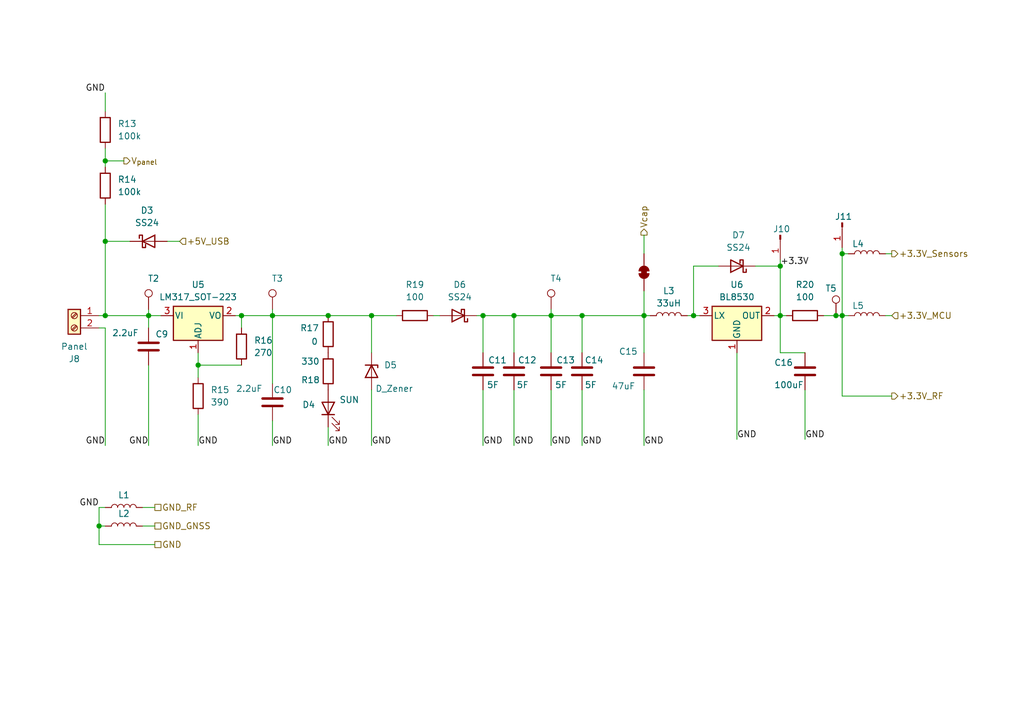
<source format=kicad_sch>
(kicad_sch (version 20231120) (generator "eeschema") (generator_version "8.0")
  (paper "A5")
  (title_block (title "Power Handler") (date "2024-11-03") (rev "1.0"))
  (lib_symbols
    (symbol "Connector:Conn_01x01_Pin" (pin_names (offset 1.016) hide)
      (property "Reference" "J" (at 0 2.54 0))
      (property "Value" "Conn_01x01_Pin" (at 0 -2.54 0))
      (symbol "Conn_01x01_Pin_1_1"
        (polyline (pts (xy 1.27 0) (xy 0.8636 0)) (stroke (width 0.1524)))
        (rectangle (start 0.8636 0.127) (end 0 -0.127) (stroke (width 0.1524)) (fill (type outline)))
        (pin passive line (at 5.08 0 180) (length 3.81) (name "Pin_1") (number "1"))
      )
    )
    (symbol "Connector:Screw_Terminal_01x02" (pin_names (offset 1.016) hide)
      (property "Reference" "J" (at 0 2.54 0))
      (property "Value" "Screw_Terminal_01x02" (at 0 -5.08 0))
      (symbol "Screw_Terminal_01x02_1_1"
        (rectangle (start -1.27 1.27) (end 1.27 -3.81) (stroke (width 0.254)) (fill (type background)))
        (circle (center 0 -2.54) (radius 0.635) (stroke (width 0.1524)))
        (polyline (pts (xy -0.5334 -2.2098) (xy 0.3302 -3.048)) (stroke (width 0.1524)))
        (polyline (pts (xy -0.5334 0.3302) (xy 0.3302 -0.508)) (stroke (width 0.1524)))
        (polyline (pts (xy -0.3556 -2.032) (xy 0.508 -2.8702)) (stroke (width 0.1524)))
        (polyline (pts (xy -0.3556 0.508) (xy 0.508 -0.3302)) (stroke (width 0.1524)))
        (circle (center 0 0) (radius 0.635) (stroke (width 0.1524)))
        (pin passive line (at -5.08 0 0) (length 3.81) (name "Pin_1") (number "1"))
        (pin passive line (at -5.08 -2.54 0) (length 3.81) (name "Pin_2") (number "2"))
      )
    )
    (symbol "Connector:TestPoint" (pin_numbers hide) (pin_names (offset 0.762) hide)
      (property "Reference" "TP" (at 0 6.858 0))
      (property "Value" "TestPoint" (at 0 5.08 0))
      (symbol "TestPoint_0_1"
        (circle (center 0 3.302) (radius 0.762))
      )
      (symbol "TestPoint_1_1"
        (pin passive line (at 0 0 90) (length 2.54) (name "1") (number "1"))
      )
    )
    (symbol "Device:C" (pin_numbers hide) (pin_names (offset 0.254))
      (property "Reference" "C" (at 0.635 2.54 0))
      (property "Value" "C" (at 0.635 -2.54 0))
      (symbol "C_0_1"
        (polyline (pts (xy -2.032 -0.762) (xy 2.032 -0.762)) (stroke (width 0.508)))
        (polyline (pts (xy -2.032 0.762) (xy 2.032 0.762)) (stroke (width 0.508)))
      )
      (symbol "C_1_1"
        (pin passive line (at 0 3.81 270) (length 2.794) (name "~") (number "1"))
        (pin passive line (at 0 -3.81 90) (length 2.794) (name "~") (number "2"))
      )
    )
    (symbol "Device:D_Zener" (pin_numbers hide) (pin_names (offset 1.016) hide)
      (property "Reference" "D" (at 0 2.54 0))
      (property "Value" "D_Zener" (at 0 -2.54 0))
      (symbol "D_Zener_0_1"
        (polyline (pts (xy 1.27 0) (xy -1.27 0)))
        (polyline (pts (xy -1.27 -1.27) (xy -1.27 1.27) (xy -0.762 1.27)) (stroke (width 0.254)))
        (polyline (pts (xy 1.27 -1.27) (xy 1.27 1.27) (xy -1.27 0) (xy 1.27 -1.27)) (stroke (width 0.254)))
      )
      (symbol "D_Zener_1_1"
        (pin passive line (at -3.81 0 0) (length 2.54) (name "K") (number "1"))
        (pin passive line (at 3.81 0 180) (length 2.54) (name "A") (number "2"))
      )
    )
    (symbol "Device:L" (pin_numbers hide) (pin_names (offset 1.016) hide)
      (property "Reference" "L" (at -1.27 0 90))
      (property "Value" "L" (at 1.905 0 90))
      (symbol "L_0_1"
        (arc (start 0 -2.54) (mid 0.6323 -1.905) (end 0 -1.27))
        (arc (start 0 -1.27) (mid 0.6323 -0.635) (end 0 0))
        (arc (start 0 0) (mid 0.6323 0.635) (end 0 1.27))
        (arc (start 0 1.27) (mid 0.6323 1.905) (end 0 2.54))
      )
      (symbol "L_1_1"
        (pin passive line (at 0 3.81 270) (length 1.27) (name "1") (number "1"))
        (pin passive line (at 0 -3.81 90) (length 1.27) (name "2") (number "2"))
      )
    )
    (symbol "Device:LED" (pin_numbers hide) (pin_names (offset 1.016) hide)
      (property "Reference" "D" (at 0 2.54 0))
      (property "Value" "LED" (at 0 -2.54 0))
      (symbol "LED_0_1"
        (polyline (pts (xy -1.27 -1.27) (xy -1.27 1.27)) (stroke (width 0.254)))
        (polyline (pts (xy -1.27 0) (xy 1.27 0)))
        (polyline (pts (xy 1.27 -1.27) (xy 1.27 1.27) (xy -1.27 0) (xy 1.27 -1.27)) (stroke (width 0.254)))
        (polyline (pts (xy -3.048 -0.762) (xy -4.572 -2.286) (xy -3.81 -2.286) (xy -4.572 -2.286) (xy -4.572 -1.524)))
        (polyline (pts (xy -1.778 -0.762) (xy -3.302 -2.286) (xy -2.54 -2.286) (xy -3.302 -2.286) (xy -3.302 -1.524)))
      )
      (symbol "LED_1_1"
        (pin passive line (at -3.81 0 0) (length 2.54) (name "K") (number "1"))
        (pin passive line (at 3.81 0 180) (length 2.54) (name "A") (number "2"))
      )
    )
    (symbol "Device:R" (pin_numbers hide) (pin_names (offset 0))
      (property "Reference" "R" (at 2.032 0 90))
      (property "Value" "R" (at 0 0 90))
      (symbol "R_0_1"
        (rectangle (start -1.016 -2.54) (end 1.016 2.54) (stroke (width 0.254)))
      )
      (symbol "R_1_1"
        (pin passive line (at 0 3.81 270) (length 1.27) (name "~") (number "1"))
        (pin passive line (at 0 -3.81 90) (length 1.27) (name "~") (number "2"))
      )
    )
    (symbol "Diode:B130-E3" (pin_numbers hide) (pin_names hide)
      (property "Reference" "D" (at 0 2.54 0))
      (property "Value" "B130-E3" (at 0 -2.54 0))
      (symbol "B130-E3_0_1"
        (polyline (pts (xy 1.27 0) (xy -1.27 0)))
        (polyline (pts (xy 1.27 1.27) (xy 1.27 -1.27) (xy -1.27 0) (xy 1.27 1.27)) (stroke (width 0.254)))
        (polyline (pts (xy -1.905 0.635) (xy -1.905 1.27) (xy -1.27 1.27) (xy -1.27 -1.27) (xy -0.635 -1.27) (xy -0.635 -0.635)) (stroke (width 0.254)))
      )
      (symbol "B130-E3_1_1"
        (pin passive line (at -3.81 0 0) (length 2.54) (name "K") (number "1"))
        (pin passive line (at 3.81 0 180) (length 2.54) (name "A") (number "2"))
      )
    )
    (symbol "Jumper:SolderJumper_2_Bridged" (pin_numbers hide) (pin_names (offset 0) hide) (exclude_from_sim yes) (in_bom no)
      (property "Reference" "JP" (at 0 2.032 0))
      (property "Value" "SolderJumper_2_Bridged" (at 0 -2.54 0))
      (symbol "SolderJumper_2_Bridged_0_1"
        (rectangle (start -0.508 0.508) (end 0.508 -0.508) (fill (type outline)))
        (arc (start -0.254 1.016) (mid -1.2656 0) (end -0.254 -1.016))
        (arc (start -0.254 1.016) (mid -1.2656 0) (end -0.254 -1.016) (fill (type outline)))
        (polyline (pts (xy -0.254 1.016) (xy -0.254 -1.016)))
        (polyline (pts (xy 0.254 1.016) (xy 0.254 -1.016)))
        (arc (start 0.254 -1.016) (mid 1.2656 0) (end 0.254 1.016))
        (arc (start 0.254 -1.016) (mid 1.2656 0) (end 0.254 1.016) (fill (type outline)))
      )
      (symbol "SolderJumper_2_Bridged_1_1"
        (pin passive line (at -3.81 0 0) (length 2.54) (name "A") (number "1"))
        (pin passive line (at 3.81 0 180) (length 2.54) (name "B") (number "2"))
      )
    )
    (symbol "Regulator_Linear:AP130-15Y" (pin_names (offset 0.254))
      (property "Reference" "U12" (at 0 6.35 0))
      (property "Value" "BL8530" (at 0 3.81 0))
      (symbol "AP130-15Y_0_1"
        (rectangle (start -5.08 1.905) (end 5.08 -5.08) (stroke (width 0.254)) (fill (type background)))
      )
      (symbol "AP130-15Y_1_1"
        (pin power_in line (at 0 -7.62 90) (length 2.54) (name "GND") (number "1"))
        (pin power_out line (at 7.62 0 180) (length 2.54) (name "OUT") (number "2"))
        (pin power_in line (at -7.62 0 0) (length 2.54) (name "LX") (number "3"))
      )
    )
    (symbol "Regulator_Linear:LM317_SOT-223" (pin_names (offset 0.254))
      (property "Reference" "U" (at -3.81 3.175 0))
      (property "Value" "LM317_SOT-223" (at 0 3.175 0))
      (symbol "LM317_SOT-223_0_1"
        (rectangle (start -5.08 1.905) (end 5.08 -5.08) (stroke (width 0.254)) (fill (type background)))
      )
      (symbol "LM317_SOT-223_1_1"
        (pin input line (at 0 -7.62 90) (length 2.54) (name "ADJ") (number "1"))
        (pin power_out line (at 7.62 0 180) (length 2.54) (name "VO") (number "2"))
        (pin power_in line (at -7.62 0 0) (length 2.54) (name "VI") (number "3"))
      )
    )
  )
  (junction (at 105.41 64.77))
  (junction (at 160.02 64.77))
  (junction (at 113.03 64.77))
  (junction (at 99.06 64.77))
  (junction (at 20.32 107.95))
  (junction (at 21.59 33.02))
  (junction (at 21.59 49.53))
  (junction (at 76.2 64.77))
  (junction (at 132.08 64.77))
  (junction (at 40.64 74.93))
  (junction (at 55.88 64.77))
  (junction (at 119.38 64.77))
  (junction (at 67.31 64.77))
  (junction (at 30.48 64.77))
  (junction (at 142.24 64.77))
  (junction (at 49.53 64.77))
  (junction (at 171.45 64.77))
  (junction (at 21.59 64.77))
  (junction (at 172.72 64.77))
  (junction (at 160.02 54.61))
  (junction (at 172.72 52.07))
  (wire (pts (xy 172.72 50.8) (xy 172.72 52.07)))
  (wire (pts (xy 165.1 80.01) (xy 165.1 90.17)))
  (wire (pts (xy 20.32 104.14) (xy 21.59 104.14)))
  (wire (pts (xy 142.24 64.77) (xy 143.51 64.77)))
  (wire (pts (xy 29.21 104.14) (xy 31.75 104.14)))
  (wire (pts (xy 55.88 86.36) (xy 55.88 91.44)))
  (wire (pts (xy 88.9 64.77) (xy 90.17 64.77)))
  (wire (pts (xy 132.08 59.69) (xy 132.08 64.77)))
  (wire (pts (xy 55.88 64.77) (xy 67.31 64.77)))
  (wire (pts (xy 40.64 72.39) (xy 40.64 74.93)))
  (wire (pts (xy 55.88 78.74) (xy 55.88 64.77)))
  (wire (pts (xy 140.97 64.77) (xy 142.24 64.77)))
  (wire (pts (xy 105.41 64.77) (xy 113.03 64.77)))
  (wire (pts (xy 29.21 107.95) (xy 31.75 107.95)))
  (wire (pts (xy 21.59 64.77) (xy 30.48 64.77)))
  (wire (pts (xy 99.06 72.39) (xy 99.06 64.77)))
  (wire (pts (xy 21.59 33.02) (xy 21.59 34.29)))
  (wire (pts (xy 160.02 64.77) (xy 158.75 64.77)))
  (wire (pts (xy 168.91 64.77) (xy 171.45 64.77)))
  (wire (pts (xy 30.48 63.5) (xy 30.48 64.77)))
  (wire (pts (xy 105.41 64.77) (xy 105.41 72.39)))
  (wire (pts (xy 113.03 63.5) (xy 113.03 64.77)))
  (wire (pts (xy 49.53 74.93) (xy 40.64 74.93)))
  (wire (pts (xy 31.75 111.76) (xy 20.32 111.76)))
  (wire (pts (xy 99.06 80.01) (xy 99.06 91.44)))
  (wire (pts (xy 21.59 33.02) (xy 25.4 33.02)))
  (wire (pts (xy 21.59 107.95) (xy 20.32 107.95)))
  (wire (pts (xy 171.45 64.77) (xy 172.72 64.77)))
  (wire (pts (xy 20.32 111.76) (xy 20.32 107.95)))
  (wire (pts (xy 113.03 64.77) (xy 113.03 72.39)))
  (wire (pts (xy 49.53 64.77) (xy 55.88 64.77)))
  (wire (pts (xy 30.48 64.77) (xy 30.48 67.31)))
  (wire (pts (xy 67.31 87.63) (xy 67.31 91.44)))
  (wire (pts (xy 181.61 64.77) (xy 182.88 64.77)))
  (wire (pts (xy 172.72 64.77) (xy 173.99 64.77)))
  (wire (pts (xy 21.59 49.53) (xy 26.67 49.53)))
  (wire (pts (xy 154.94 54.61) (xy 160.02 54.61)))
  (wire (pts (xy 20.32 64.77) (xy 21.59 64.77)))
  (wire (pts (xy 165.1 72.39) (xy 160.02 72.39)))
  (wire (pts (xy 132.08 64.77) (xy 133.35 64.77)))
  (wire (pts (xy 21.59 41.91) (xy 21.59 49.53)))
  (wire (pts (xy 76.2 80.01) (xy 76.2 91.44)))
  (wire (pts (xy 172.72 52.07) (xy 172.72 64.77)))
  (wire (pts (xy 173.99 52.07) (xy 172.72 52.07)))
  (wire (pts (xy 142.24 54.61) (xy 142.24 64.77)))
  (wire (pts (xy 20.32 104.14) (xy 20.32 107.95)))
  (wire (pts (xy 132.08 80.01) (xy 132.08 91.44)))
  (wire (pts (xy 21.59 67.31) (xy 20.32 67.31)))
  (wire (pts (xy 181.61 52.07) (xy 182.88 52.07)))
  (wire (pts (xy 40.64 74.93) (xy 40.64 77.47)))
  (wire (pts (xy 21.59 91.44) (xy 21.59 67.31)))
  (wire (pts (xy 76.2 64.77) (xy 76.2 72.39)))
  (wire (pts (xy 99.06 64.77) (xy 105.41 64.77)))
  (wire (pts (xy 119.38 64.77) (xy 132.08 64.77)))
  (wire (pts (xy 30.48 64.77) (xy 33.02 64.77)))
  (wire (pts (xy 21.59 30.48) (xy 21.59 33.02)))
  (wire (pts (xy 76.2 64.77) (xy 81.28 64.77)))
  (wire (pts (xy 48.26 64.77) (xy 49.53 64.77)))
  (wire (pts (xy 34.29 49.53) (xy 36.83 49.53)))
  (wire (pts (xy 113.03 64.77) (xy 119.38 64.77)))
  (wire (pts (xy 97.79 64.77) (xy 99.06 64.77)))
  (wire (pts (xy 113.03 80.01) (xy 113.03 91.44)))
  (wire (pts (xy 49.53 64.77) (xy 49.53 67.31)))
  (wire (pts (xy 119.38 80.01) (xy 119.38 91.44)))
  (wire (pts (xy 172.72 64.77) (xy 172.72 81.28)))
  (wire (pts (xy 132.08 48.26) (xy 132.08 52.07)))
  (wire (pts (xy 160.02 53.34) (xy 160.02 54.61)))
  (wire (pts (xy 147.32 54.61) (xy 142.24 54.61)))
  (wire (pts (xy 151.13 72.39) (xy 151.13 90.17)))
  (wire (pts (xy 21.59 49.53) (xy 21.59 64.77)))
  (wire (pts (xy 21.59 19.05) (xy 21.59 22.86)))
  (wire (pts (xy 160.02 72.39) (xy 160.02 64.77)))
  (wire (pts (xy 161.29 64.77) (xy 160.02 64.77)))
  (wire (pts (xy 55.88 63.5) (xy 55.88 64.77)))
  (wire (pts (xy 40.64 85.09) (xy 40.64 91.44)))
  (wire (pts (xy 67.31 64.77) (xy 76.2 64.77)))
  (wire (pts (xy 30.48 74.93) (xy 30.48 91.44)))
  (wire (pts (xy 172.72 81.28) (xy 182.88 81.28)))
  (wire (pts (xy 119.38 64.77) (xy 119.38 72.39)))
  (wire (pts (xy 105.41 80.01) (xy 105.41 91.44)))
  (wire (pts (xy 160.02 54.61) (xy 160.02 64.77)))
  (wire (pts (xy 132.08 64.77) (xy 132.08 72.39)))
  (label "GND" (at 113.03 91.44 0))
  (label "GND" (at 76.2 91.44 0))
  (label "GND" (at 30.48 91.44 180))
  (label "GND" (at 105.41 91.44 0))
  (label "GND" (at 20.32 104.14 180))
  (label "GND" (at 119.38 91.44 0))
  (label "GND" (at 132.08 91.44 0))
  (label "GND" (at 165.1 90.17 0))
  (label "GND" (at 67.31 91.44 0))
  (label "GND" (at 55.88 91.44 0))
  (label "GND" (at 151.13 90.17 0))
  (label "GND" (at 40.64 91.44 0))
  (label "+3.3V" (at 160.02 54.61 0))
  (label "GND" (at 21.59 91.44 180))
  (label "GND" (at 99.06 91.44 0))
  (label "GND" (at 21.59 19.05 180))
  (hierarchical_label "+3.3V_Sensors" (shape output) (at 182.88 52.07 0))
  (hierarchical_label "+3.3V_MCU" (shape input) (at 182.88 64.77 0))
  (hierarchical_label "GND_GNSS" (shape passive) (at 31.75 107.95 0))
  (hierarchical_label "+3.3V_RF" (shape output) (at 182.88 81.28 0))
  (hierarchical_label "+5V_USB" (shape input) (at 36.83 49.53 0))
  (hierarchical_label "GND" (shape passive) (at 31.75 111.76 0))
  (hierarchical_label "Vcap" (shape output) (at 132.08 48.26 90))
  (hierarchical_label "V_{panel}" (shape output) (at 25.4 33.02 0))
  (hierarchical_label "GND_RF" (shape passive) (at 31.75 104.14 0))
  (symbol (lib_id "Device:L") (at 177.8 52.07 90) (unit 1)
    (property "Reference" "L4" (at 174.752 50.038 90) (effects (justify right)))
    (property "Value" "MPZ1608S101ATAH0" (effects (hide yes)))
    (property "Footprint" "Inductor_SMD:L_0603_1608Metric" (effects (hide yes)))
    (property "Description" "Inductor" (effects (hide yes)))
  )
  (symbol (lib_id "Connector:Conn_01x01_Pin") (at 160.02 48.26 270) (unit 1)
    (property "Reference" "J10" (at 158.496 46.99 90) (effects (justify left)))
    (property "Value" "Conn_01x01_Pin" (effects (hide yes)))
    (property "Footprint" "Connector_PinHeader_2.54mm:PinHeader_1x01_P2.54mm_Vertical" (effects (hide yes)))
    (property "Description" "Generic connector, single row, 01x01, script generated" (effects (hide yes)))
  )
  (symbol (lib_id "Jumper:SolderJumper_2_Bridged") (at 132.08 55.88 90) (unit 1) (exclude_from_sim yes) (in_bom no)
    (property "Reference" "J9" (effects (hide yes)))
    (property "Value" "SolderJumper_2_Bridged" (effects (hide yes)))
    (property "Footprint" "Jumper:SolderJumper-2_P1.3mm_Bridged_Pad1.0x1.5mm" (effects (hide yes)))
    (property "Description" "Solder Jumper, 2-pole, closed/bridged" (effects (hide yes)))
  )
  (symbol (lib_id "Device:R") (at 21.59 26.67 180) (unit 1)
    (property "Reference" "R13" (at 24.13 25.3999 0) (effects (justify right)))
    (property "Value" "100k" (at 24.13 27.9399 0) (effects (justify right)))
    (property "Footprint" "Resistor_SMD:R_0603_1608Metric" (effects (hide yes)))
  )
  (symbol (lib_id "Device:C") (at 113.03 76.2 0) (unit 1)
    (property "Reference" "C13" (at 114.046 73.914 0) (effects (justify left)))
    (property "Value" "5F" (at 113.792 78.994 0) (effects (justify left)))
    (property "Footprint" "Capacitor_THT:C_Radial_D10.0mm_H20.0mm_P5.00mm" (effects (hide yes)))
  )
  (symbol (lib_id "Diode:B130-E3") (at 93.98 64.77 180) (unit 1)
    (property "Reference" "D6" (at 94.2975 58.42 0))
    (property "Value" "SS24" (at 94.2975 60.96 0))
    (property "Footprint" "Diode_SMD:D_SMA" (effects (hide yes)))
    (property "Datasheet" "http://www.vishay.com/docs/88946/b120.pdf" (effects (hide yes)))
    (property "Description" "30V 1A Schottky Barrier Rectifier Diode, SMA(DO-214AC)" (effects (hide yes)))
  )
  (symbol (lib_id "Device:C") (at 55.88 82.55 180) (unit 1)
    (property "Reference" "C10" (at 59.944 80.01 0) (effects (justify left)))
    (property "Value" "2.2uF" (at 53.848 79.756 0) (effects (justify left)))
    (property "Footprint" "Capacitor_SMD:C_0603_1608Metric" (effects (hide yes)))
  )
  (symbol (lib_id "Device:R") (at 21.59 38.1 180) (unit 1)
    (property "Reference" "R14" (at 24.13 36.8299 0) (effects (justify right)))
    (property "Value" "100k" (at 24.13 39.3699 0) (effects (justify right)))
    (property "Footprint" "Resistor_SMD:R_0603_1608Metric" (effects (hide yes)))
  )
  (symbol (lib_id "Device:LED") (at 67.31 83.82 90) (unit 1)
    (property "Reference" "D4" (at 61.976 83.058 90) (effects (justify right)))
    (property "Value" "SUN" (at 69.596 82.042 90) (effects (justify right)))
    (property "Footprint" "LED_SMD:LED_0603_1608Metric" (effects (hide yes)))
    (property "Description" "Light emitting diode" (effects (hide yes)))
  )
  (symbol (lib_id "Device:R") (at 165.1 64.77 90) (unit 1)
    (property "Reference" "R20" (at 165.1 58.42 90))
    (property "Value" "100" (at 165.1 60.96 90))
    (property "Footprint" "Resistor_SMD:R_1206_3216Metric" (effects (hide yes)))
    (property "Description" "Resistor" (effects (hide yes)))
  )
  (symbol (lib_id "Connector:Conn_01x01_Pin") (at 172.72 45.72 270) (unit 1)
    (property "Reference" "J11" (at 171.196 44.45 90) (effects (justify left)))
    (property "Value" "Conn_01x01_Pin" (effects (hide yes)))
    (property "Footprint" "Connector_PinHeader_2.54mm:PinHeader_1x01_P2.54mm_Vertical" (effects (hide yes)))
    (property "Description" "Generic connector, single row, 01x01, script generated" (effects (hide yes)))
  )
  (symbol (lib_id "Device:R") (at 40.64 81.28 180) (unit 1)
    (property "Reference" "R15" (at 43.18 80.0099 0) (effects (justify right)))
    (property "Value" "390" (at 43.18 82.5499 0) (effects (justify right)))
    (property "Footprint" "Resistor_SMD:R_0603_1608Metric" (effects (hide yes)))
  )
  (symbol (lib_id "Regulator_Linear:AP130-15Y") (at 151.13 64.77 0) (unit 1)
    (property "Reference" "U6" (at 151.13 58.42 0))
    (property "Value" "BL8530" (at 151.13 60.96 0))
    (property "Footprint" "Package_TO_SOT_SMD:SOT-89-3" (effects (hide yes)))
    (property "Datasheet" "https://www.diodes.com/assets/Datasheets/AP130.pdf" (effects (hide yes)))
    (property "Description" "0.3A Low Dropout regulator, positive, 1.5V fixed output, SOT-89" (effects (hide yes)))
  )
  (symbol (lib_id "Device:R") (at 67.31 76.2 0) (mirror x) (unit 1)
    (property "Reference" "R18" (at 61.722 77.978 0) (effects (justify left)))
    (property "Value" "330" (at 61.722 74.168 0) (effects (justify left)))
    (property "Footprint" "Resistor_SMD:R_0603_1608Metric" (effects (hide yes)))
  )
  (symbol (lib_id "Device:C") (at 165.1 76.2 0) (unit 1)
    (property "Reference" "C16" (at 158.75 74.422 0) (effects (justify left)))
    (property "Value" "100uF" (at 158.75 78.994 0) (effects (justify left)))
    (property "Footprint" "Capacitor_SMD:CP_Elec_6.3x7.7" (effects (hide yes)))
  )
  (symbol (lib_id "Connector:TestPoint") (at 55.88 63.5 0) (unit 1)
    (property "Reference" "T3" (at 56.896 57.15 0))
    (property "Value" "TP" (effects (hide yes)))
    (property "Footprint" "TestPoint:TestPoint_Pad_D1.0mm" (effects (hide yes)))
    (property "Description" "test point" (effects (hide yes)))
  )
  (symbol (lib_id "Diode:B130-E3") (at 151.13 54.61 180) (unit 1)
    (property "Reference" "D7" (at 151.4475 48.26 0))
    (property "Value" "SS24" (at 151.4475 50.8 0))
    (property "Footprint" "Diode_SMD:D_SMA" (effects (hide yes)))
    (property "Datasheet" "http://www.vishay.com/docs/88946/b120.pdf" (effects (hide yes)))
    (property "Description" "30V 1A Schottky Barrier Rectifier Diode, SMA(DO-214AC)" (effects (hide yes)))
  )
  (symbol (lib_id "Device:D_Zener") (at 76.2 76.2 270) (unit 1)
    (property "Reference" "D5" (at 78.74 74.9299 90) (effects (justify left)))
    (property "Value" "D_Zener" (at 76.962 79.756 90) (effects (justify left)))
    (property "Footprint" "Diode_SMD:D_MiniMELF" (effects (hide yes)))
    (property "Description" "Zener diode" (effects (hide yes)))
  )
  (symbol (lib_id "Device:L") (at 177.8 64.77 90) (unit 1)
    (property "Reference" "L5" (at 174.752 62.738 90) (effects (justify right)))
    (property "Value" "MPZ1608S101ATAH0" (effects (hide yes)))
    (property "Footprint" "Inductor_SMD:L_0603_1608Metric" (effects (hide yes)))
    (property "Description" "Inductor" (effects (hide yes)))
  )
  (symbol (lib_id "Device:R") (at 67.31 68.58 180) (unit 1)
    (property "Reference" "R17" (at 63.5 67.31 0))
    (property "Value" "0" (at 64.516 70.104 0))
    (property "Footprint" "Resistor_SMD:R_0603_1608Metric" (effects (hide yes)))
  )
  (symbol (lib_id "Device:R") (at 49.53 71.12 180) (unit 1)
    (property "Reference" "R16" (at 52.07 69.8499 0) (effects (justify right)))
    (property "Value" "270" (at 52.07 72.3899 0) (effects (justify right)))
    (property "Footprint" "Resistor_SMD:R_0603_1608Metric" (effects (hide yes)))
  )
  (symbol (lib_id "Device:R") (at 85.09 64.77 90) (unit 1)
    (property "Reference" "R19" (at 85.09 58.42 90))
    (property "Value" "100" (at 85.09 60.96 90))
    (property "Footprint" "Resistor_SMD:R_1206_3216Metric" (effects (hide yes)))
    (property "Description" "Resistor" (effects (hide yes)))
  )
  (symbol (lib_id "Regulator_Linear:LM317_SOT-223") (at 40.64 64.77 0) (unit 1)
    (property "Reference" "U5" (at 40.64 58.42 0))
    (property "Value" "LM317_SOT-223" (at 40.64 60.96 0))
    (property "Footprint" "Package_TO_SOT_SMD:SOT-223-3_TabPin2" (effects (hide yes)))
    (property "Datasheet" "http://www.ti.com/lit/ds/symlink/lm317.pdf" (effects (hide yes)))
    (property "Description" "1.5A 35V Adjustable Linear Regulator, SOT-223" (effects (hide yes)))
  )
  (symbol (lib_id "Device:C") (at 105.41 76.2 0) (unit 1)
    (property "Reference" "C12" (at 106.172 73.914 0) (effects (justify left)))
    (property "Value" "5F" (at 105.918 78.994 0) (effects (justify left)))
    (property "Footprint" "Capacitor_THT:C_Radial_D10.0mm_H20.0mm_P5.00mm" (effects (hide yes)))
  )
  (symbol (lib_id "Device:L") (at 25.4 104.14 90) (unit 1)
    (property "Reference" "L1" (at 25.4 101.6 90))
    (property "Value" "MPZ1608S101ATAH0" (effects (hide yes)))
    (property "Footprint" "Inductor_SMD:L_0603_1608Metric" (effects (hide yes)))
    (property "Description" "Inductor" (effects (hide yes)))
  )
  (symbol (lib_id "Connector:Screw_Terminal_01x02") (at 15.24 64.77 0) (mirror y) (unit 1)
    (property "Reference" "J8" (at 15.24 73.66 0))
    (property "Value" "Panel" (at 15.24 71.12 0))
    (property "Footprint" "Connector_Phoenix_MSTB:PhoenixContact_MSTBA_2,5_2-G-5,08_1x02_P5.08mm_Horizontal" (effects (hide yes)))
  )
  (symbol (lib_id "Connector:TestPoint") (at 171.45 64.77 0) (unit 1)
    (property "Reference" "T5" (at 170.434 59.182 0))
    (property "Value" "TP" (effects (hide yes)))
    (property "Footprint" "TestPoint:TestPoint_Pad_D1.0mm" (effects (hide yes)))
    (property "Description" "test point" (effects (hide yes)))
  )
  (symbol (lib_id "Device:L") (at 25.4 107.95 90) (unit 1)
    (property "Reference" "L2" (at 25.4 105.41 90))
    (property "Value" "MPZ1608S101ATAH0" (effects (hide yes)))
    (property "Footprint" "Inductor_SMD:L_0603_1608Metric" (effects (hide yes)))
    (property "Description" "Inductor" (effects (hide yes)))
  )
  (symbol (lib_id "Connector:TestPoint") (at 113.03 63.5 0) (unit 1)
    (property "Reference" "T4" (at 114.046 57.15 0))
    (property "Value" "TP" (effects (hide yes)))
    (property "Footprint" "TestPoint:TestPoint_Pad_D1.0mm" (effects (hide yes)))
    (property "Description" "test point" (effects (hide yes)))
  )
  (symbol (lib_id "Device:C") (at 119.38 76.2 0) (unit 1)
    (property "Reference" "C14" (at 119.888 73.914 0) (effects (justify left)))
    (property "Value" "5F" (at 119.888 78.994 0) (effects (justify left)))
    (property "Footprint" "Capacitor_THT:C_Radial_D10.0mm_H20.0mm_P5.00mm" (effects (hide yes)))
  )
  (symbol (lib_id "Device:L") (at 137.16 64.77 90) (unit 1)
    (property "Reference" "L3" (at 137.16 59.69 90))
    (property "Value" "33uH" (at 137.16 62.23 90))
    (property "Footprint" "Inductor_SMD:L_Taiyo-Yuden_NR-50xx" (effects (hide yes)))
    (property "Description" "Inductor" (effects (hide yes)))
  )
  (symbol (lib_id "Device:C") (at 132.08 76.2 180) (unit 1)
    (property "Reference" "C15" (at 130.81 72.136 0) (effects (justify left)))
    (property "Value" "47uF" (at 130.302 79.248 0) (effects (justify left)))
    (property "Footprint" "Capacitor_SMD:C_0603_1608Metric" (effects (hide yes)))
  )
  (symbol (lib_id "Device:C") (at 30.48 71.12 180) (unit 1)
    (property "Reference" "C9" (at 34.544 68.58 0) (effects (justify left)))
    (property "Value" "2.2uF" (at 28.448 68.326 0) (effects (justify left)))
    (property "Footprint" "Capacitor_SMD:C_0603_1608Metric" (effects (hide yes)))
  )
  (symbol (lib_id "Device:C") (at 99.06 76.2 0) (unit 1)
    (property "Reference" "C11" (at 100.076 73.914 0) (effects (justify left)))
    (property "Value" "5F" (at 99.822 78.994 0) (effects (justify left)))
    (property "Footprint" "Capacitor_THT:C_Radial_D10.0mm_H20.0mm_P5.00mm" (effects (hide yes)))
  )
  (symbol (lib_id "Connector:TestPoint") (at 30.48 63.5 0) (unit 1)
    (property "Reference" "T2" (at 31.496 57.15 0))
    (property "Value" "TP" (effects (hide yes)))
    (property "Footprint" "TestPoint:TestPoint_Pad_D1.0mm" (effects (hide yes)))
    (property "Description" "test point" (effects (hide yes)))
  )
  (symbol (lib_id "Diode:B130-E3") (at 30.48 49.53 0) (unit 1)
    (property "Reference" "D3" (at 30.1625 43.18 0))
    (property "Value" "SS24" (at 30.1625 45.72 0))
    (property "Footprint" "Diode_SMD:D_SMA" (effects (hide yes)))
    (property "Datasheet" "http://www.vishay.com/docs/88946/b120.pdf" (effects (hide yes)))
    (property "Description" "30V 1A Schottky Barrier Rectifier Diode, SMA(DO-214AC)" (effects (hide yes)))
  )
)
</source>
